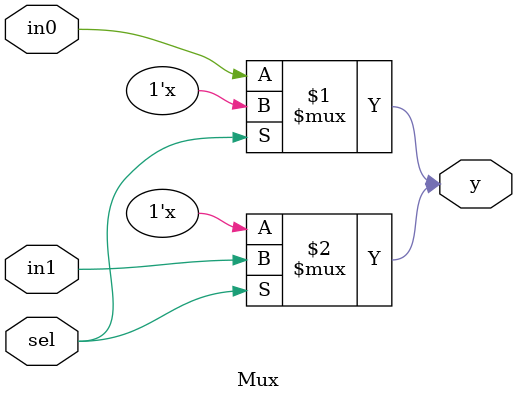
<source format=v>
`timescale 1ns / 1ps


module Mux(in0, in1, sel, y);
    input in0,in1, sel;
    output y;

    bufif0(y, in0, sel);
    bufif1(y, in1, sel);
endmodule

</source>
